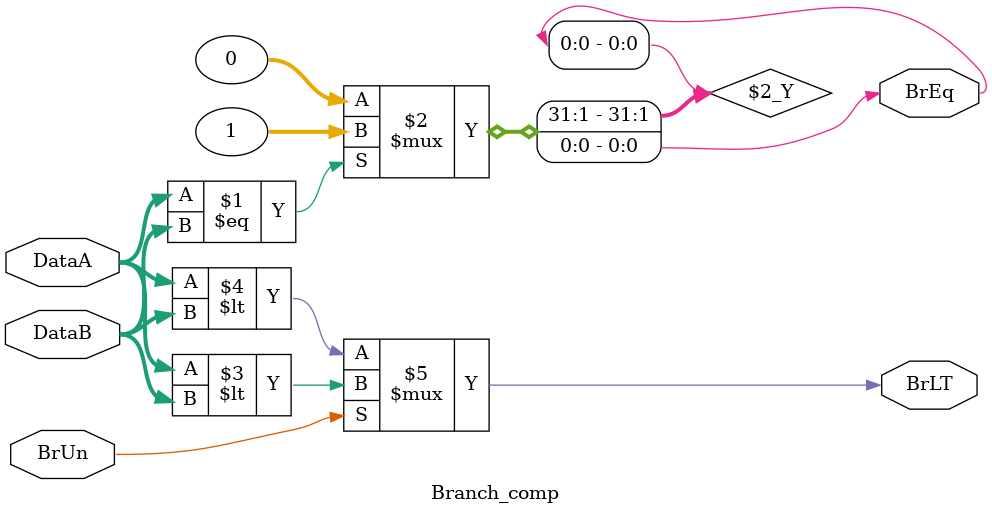
<source format=sv>
`timescale 1ns / 1ps


module Branch_comp(
    input logic [31:0] DataA,
    input logic [31:0] DataB,
    input logic BrUn,
    
    output logic BrLT,
    output logic BrEq
    );
    
    logic state;
    
    assign BrEq = (DataA==DataB)? 1:0;
    assign BrLT = (BrUn)? (DataA<DataB) : ($signed(DataA) < $signed(DataB));
    
endmodule



</source>
